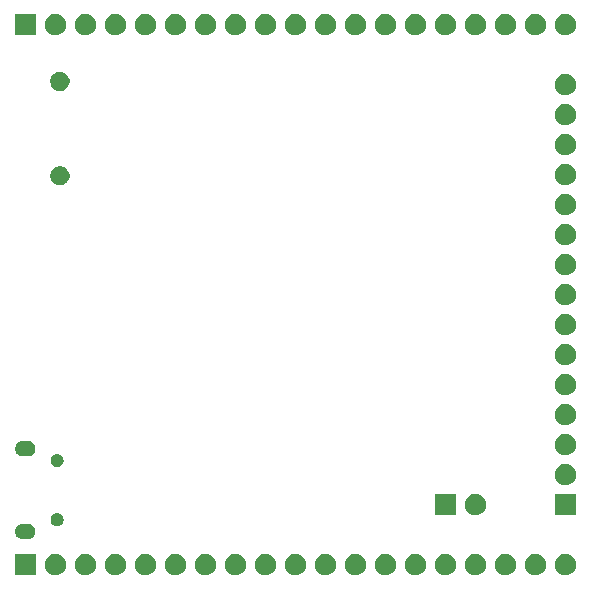
<source format=gbr>
G04 #@! TF.GenerationSoftware,KiCad,Pcbnew,(5.1.5)-3*
G04 #@! TF.CreationDate,2020-06-11T13:52:00+08:00*
G04 #@! TF.ProjectId,imx233-core,696d7832-3333-42d6-936f-72652e6b6963,rev?*
G04 #@! TF.SameCoordinates,Original*
G04 #@! TF.FileFunction,Soldermask,Bot*
G04 #@! TF.FilePolarity,Negative*
%FSLAX46Y46*%
G04 Gerber Fmt 4.6, Leading zero omitted, Abs format (unit mm)*
G04 Created by KiCad (PCBNEW (5.1.5)-3) date 2020-06-11 13:52:00*
%MOMM*%
%LPD*%
G04 APERTURE LIST*
%ADD10C,0.100000*%
G04 APERTURE END LIST*
D10*
G36*
X106489512Y-130089927D02*
G01*
X106638812Y-130119624D01*
X106802784Y-130187544D01*
X106950354Y-130286147D01*
X107075853Y-130411646D01*
X107174456Y-130559216D01*
X107242376Y-130723188D01*
X107277000Y-130897259D01*
X107277000Y-131074741D01*
X107242376Y-131248812D01*
X107174456Y-131412784D01*
X107075853Y-131560354D01*
X106950354Y-131685853D01*
X106802784Y-131784456D01*
X106638812Y-131852376D01*
X106489512Y-131882073D01*
X106464742Y-131887000D01*
X106287258Y-131887000D01*
X106262488Y-131882073D01*
X106113188Y-131852376D01*
X105949216Y-131784456D01*
X105801646Y-131685853D01*
X105676147Y-131560354D01*
X105577544Y-131412784D01*
X105509624Y-131248812D01*
X105475000Y-131074741D01*
X105475000Y-130897259D01*
X105509624Y-130723188D01*
X105577544Y-130559216D01*
X105676147Y-130411646D01*
X105801646Y-130286147D01*
X105949216Y-130187544D01*
X106113188Y-130119624D01*
X106262488Y-130089927D01*
X106287258Y-130085000D01*
X106464742Y-130085000D01*
X106489512Y-130089927D01*
G37*
G36*
X91249512Y-130089927D02*
G01*
X91398812Y-130119624D01*
X91562784Y-130187544D01*
X91710354Y-130286147D01*
X91835853Y-130411646D01*
X91934456Y-130559216D01*
X92002376Y-130723188D01*
X92037000Y-130897259D01*
X92037000Y-131074741D01*
X92002376Y-131248812D01*
X91934456Y-131412784D01*
X91835853Y-131560354D01*
X91710354Y-131685853D01*
X91562784Y-131784456D01*
X91398812Y-131852376D01*
X91249512Y-131882073D01*
X91224742Y-131887000D01*
X91047258Y-131887000D01*
X91022488Y-131882073D01*
X90873188Y-131852376D01*
X90709216Y-131784456D01*
X90561646Y-131685853D01*
X90436147Y-131560354D01*
X90337544Y-131412784D01*
X90269624Y-131248812D01*
X90235000Y-131074741D01*
X90235000Y-130897259D01*
X90269624Y-130723188D01*
X90337544Y-130559216D01*
X90436147Y-130411646D01*
X90561646Y-130286147D01*
X90709216Y-130187544D01*
X90873188Y-130119624D01*
X91022488Y-130089927D01*
X91047258Y-130085000D01*
X91224742Y-130085000D01*
X91249512Y-130089927D01*
G37*
G36*
X114109512Y-130089927D02*
G01*
X114258812Y-130119624D01*
X114422784Y-130187544D01*
X114570354Y-130286147D01*
X114695853Y-130411646D01*
X114794456Y-130559216D01*
X114862376Y-130723188D01*
X114897000Y-130897259D01*
X114897000Y-131074741D01*
X114862376Y-131248812D01*
X114794456Y-131412784D01*
X114695853Y-131560354D01*
X114570354Y-131685853D01*
X114422784Y-131784456D01*
X114258812Y-131852376D01*
X114109512Y-131882073D01*
X114084742Y-131887000D01*
X113907258Y-131887000D01*
X113882488Y-131882073D01*
X113733188Y-131852376D01*
X113569216Y-131784456D01*
X113421646Y-131685853D01*
X113296147Y-131560354D01*
X113197544Y-131412784D01*
X113129624Y-131248812D01*
X113095000Y-131074741D01*
X113095000Y-130897259D01*
X113129624Y-130723188D01*
X113197544Y-130559216D01*
X113296147Y-130411646D01*
X113421646Y-130286147D01*
X113569216Y-130187544D01*
X113733188Y-130119624D01*
X113882488Y-130089927D01*
X113907258Y-130085000D01*
X114084742Y-130085000D01*
X114109512Y-130089927D01*
G37*
G36*
X111569512Y-130089927D02*
G01*
X111718812Y-130119624D01*
X111882784Y-130187544D01*
X112030354Y-130286147D01*
X112155853Y-130411646D01*
X112254456Y-130559216D01*
X112322376Y-130723188D01*
X112357000Y-130897259D01*
X112357000Y-131074741D01*
X112322376Y-131248812D01*
X112254456Y-131412784D01*
X112155853Y-131560354D01*
X112030354Y-131685853D01*
X111882784Y-131784456D01*
X111718812Y-131852376D01*
X111569512Y-131882073D01*
X111544742Y-131887000D01*
X111367258Y-131887000D01*
X111342488Y-131882073D01*
X111193188Y-131852376D01*
X111029216Y-131784456D01*
X110881646Y-131685853D01*
X110756147Y-131560354D01*
X110657544Y-131412784D01*
X110589624Y-131248812D01*
X110555000Y-131074741D01*
X110555000Y-130897259D01*
X110589624Y-130723188D01*
X110657544Y-130559216D01*
X110756147Y-130411646D01*
X110881646Y-130286147D01*
X111029216Y-130187544D01*
X111193188Y-130119624D01*
X111342488Y-130089927D01*
X111367258Y-130085000D01*
X111544742Y-130085000D01*
X111569512Y-130089927D01*
G37*
G36*
X109029512Y-130089927D02*
G01*
X109178812Y-130119624D01*
X109342784Y-130187544D01*
X109490354Y-130286147D01*
X109615853Y-130411646D01*
X109714456Y-130559216D01*
X109782376Y-130723188D01*
X109817000Y-130897259D01*
X109817000Y-131074741D01*
X109782376Y-131248812D01*
X109714456Y-131412784D01*
X109615853Y-131560354D01*
X109490354Y-131685853D01*
X109342784Y-131784456D01*
X109178812Y-131852376D01*
X109029512Y-131882073D01*
X109004742Y-131887000D01*
X108827258Y-131887000D01*
X108802488Y-131882073D01*
X108653188Y-131852376D01*
X108489216Y-131784456D01*
X108341646Y-131685853D01*
X108216147Y-131560354D01*
X108117544Y-131412784D01*
X108049624Y-131248812D01*
X108015000Y-131074741D01*
X108015000Y-130897259D01*
X108049624Y-130723188D01*
X108117544Y-130559216D01*
X108216147Y-130411646D01*
X108341646Y-130286147D01*
X108489216Y-130187544D01*
X108653188Y-130119624D01*
X108802488Y-130089927D01*
X108827258Y-130085000D01*
X109004742Y-130085000D01*
X109029512Y-130089927D01*
G37*
G36*
X103949512Y-130089927D02*
G01*
X104098812Y-130119624D01*
X104262784Y-130187544D01*
X104410354Y-130286147D01*
X104535853Y-130411646D01*
X104634456Y-130559216D01*
X104702376Y-130723188D01*
X104737000Y-130897259D01*
X104737000Y-131074741D01*
X104702376Y-131248812D01*
X104634456Y-131412784D01*
X104535853Y-131560354D01*
X104410354Y-131685853D01*
X104262784Y-131784456D01*
X104098812Y-131852376D01*
X103949512Y-131882073D01*
X103924742Y-131887000D01*
X103747258Y-131887000D01*
X103722488Y-131882073D01*
X103573188Y-131852376D01*
X103409216Y-131784456D01*
X103261646Y-131685853D01*
X103136147Y-131560354D01*
X103037544Y-131412784D01*
X102969624Y-131248812D01*
X102935000Y-131074741D01*
X102935000Y-130897259D01*
X102969624Y-130723188D01*
X103037544Y-130559216D01*
X103136147Y-130411646D01*
X103261646Y-130286147D01*
X103409216Y-130187544D01*
X103573188Y-130119624D01*
X103722488Y-130089927D01*
X103747258Y-130085000D01*
X103924742Y-130085000D01*
X103949512Y-130089927D01*
G37*
G36*
X101409512Y-130089927D02*
G01*
X101558812Y-130119624D01*
X101722784Y-130187544D01*
X101870354Y-130286147D01*
X101995853Y-130411646D01*
X102094456Y-130559216D01*
X102162376Y-130723188D01*
X102197000Y-130897259D01*
X102197000Y-131074741D01*
X102162376Y-131248812D01*
X102094456Y-131412784D01*
X101995853Y-131560354D01*
X101870354Y-131685853D01*
X101722784Y-131784456D01*
X101558812Y-131852376D01*
X101409512Y-131882073D01*
X101384742Y-131887000D01*
X101207258Y-131887000D01*
X101182488Y-131882073D01*
X101033188Y-131852376D01*
X100869216Y-131784456D01*
X100721646Y-131685853D01*
X100596147Y-131560354D01*
X100497544Y-131412784D01*
X100429624Y-131248812D01*
X100395000Y-131074741D01*
X100395000Y-130897259D01*
X100429624Y-130723188D01*
X100497544Y-130559216D01*
X100596147Y-130411646D01*
X100721646Y-130286147D01*
X100869216Y-130187544D01*
X101033188Y-130119624D01*
X101182488Y-130089927D01*
X101207258Y-130085000D01*
X101384742Y-130085000D01*
X101409512Y-130089927D01*
G37*
G36*
X98869512Y-130089927D02*
G01*
X99018812Y-130119624D01*
X99182784Y-130187544D01*
X99330354Y-130286147D01*
X99455853Y-130411646D01*
X99554456Y-130559216D01*
X99622376Y-130723188D01*
X99657000Y-130897259D01*
X99657000Y-131074741D01*
X99622376Y-131248812D01*
X99554456Y-131412784D01*
X99455853Y-131560354D01*
X99330354Y-131685853D01*
X99182784Y-131784456D01*
X99018812Y-131852376D01*
X98869512Y-131882073D01*
X98844742Y-131887000D01*
X98667258Y-131887000D01*
X98642488Y-131882073D01*
X98493188Y-131852376D01*
X98329216Y-131784456D01*
X98181646Y-131685853D01*
X98056147Y-131560354D01*
X97957544Y-131412784D01*
X97889624Y-131248812D01*
X97855000Y-131074741D01*
X97855000Y-130897259D01*
X97889624Y-130723188D01*
X97957544Y-130559216D01*
X98056147Y-130411646D01*
X98181646Y-130286147D01*
X98329216Y-130187544D01*
X98493188Y-130119624D01*
X98642488Y-130089927D01*
X98667258Y-130085000D01*
X98844742Y-130085000D01*
X98869512Y-130089927D01*
G37*
G36*
X96329512Y-130089927D02*
G01*
X96478812Y-130119624D01*
X96642784Y-130187544D01*
X96790354Y-130286147D01*
X96915853Y-130411646D01*
X97014456Y-130559216D01*
X97082376Y-130723188D01*
X97117000Y-130897259D01*
X97117000Y-131074741D01*
X97082376Y-131248812D01*
X97014456Y-131412784D01*
X96915853Y-131560354D01*
X96790354Y-131685853D01*
X96642784Y-131784456D01*
X96478812Y-131852376D01*
X96329512Y-131882073D01*
X96304742Y-131887000D01*
X96127258Y-131887000D01*
X96102488Y-131882073D01*
X95953188Y-131852376D01*
X95789216Y-131784456D01*
X95641646Y-131685853D01*
X95516147Y-131560354D01*
X95417544Y-131412784D01*
X95349624Y-131248812D01*
X95315000Y-131074741D01*
X95315000Y-130897259D01*
X95349624Y-130723188D01*
X95417544Y-130559216D01*
X95516147Y-130411646D01*
X95641646Y-130286147D01*
X95789216Y-130187544D01*
X95953188Y-130119624D01*
X96102488Y-130089927D01*
X96127258Y-130085000D01*
X96304742Y-130085000D01*
X96329512Y-130089927D01*
G37*
G36*
X93789512Y-130089927D02*
G01*
X93938812Y-130119624D01*
X94102784Y-130187544D01*
X94250354Y-130286147D01*
X94375853Y-130411646D01*
X94474456Y-130559216D01*
X94542376Y-130723188D01*
X94577000Y-130897259D01*
X94577000Y-131074741D01*
X94542376Y-131248812D01*
X94474456Y-131412784D01*
X94375853Y-131560354D01*
X94250354Y-131685853D01*
X94102784Y-131784456D01*
X93938812Y-131852376D01*
X93789512Y-131882073D01*
X93764742Y-131887000D01*
X93587258Y-131887000D01*
X93562488Y-131882073D01*
X93413188Y-131852376D01*
X93249216Y-131784456D01*
X93101646Y-131685853D01*
X92976147Y-131560354D01*
X92877544Y-131412784D01*
X92809624Y-131248812D01*
X92775000Y-131074741D01*
X92775000Y-130897259D01*
X92809624Y-130723188D01*
X92877544Y-130559216D01*
X92976147Y-130411646D01*
X93101646Y-130286147D01*
X93249216Y-130187544D01*
X93413188Y-130119624D01*
X93562488Y-130089927D01*
X93587258Y-130085000D01*
X93764742Y-130085000D01*
X93789512Y-130089927D01*
G37*
G36*
X86169512Y-130089927D02*
G01*
X86318812Y-130119624D01*
X86482784Y-130187544D01*
X86630354Y-130286147D01*
X86755853Y-130411646D01*
X86854456Y-130559216D01*
X86922376Y-130723188D01*
X86957000Y-130897259D01*
X86957000Y-131074741D01*
X86922376Y-131248812D01*
X86854456Y-131412784D01*
X86755853Y-131560354D01*
X86630354Y-131685853D01*
X86482784Y-131784456D01*
X86318812Y-131852376D01*
X86169512Y-131882073D01*
X86144742Y-131887000D01*
X85967258Y-131887000D01*
X85942488Y-131882073D01*
X85793188Y-131852376D01*
X85629216Y-131784456D01*
X85481646Y-131685853D01*
X85356147Y-131560354D01*
X85257544Y-131412784D01*
X85189624Y-131248812D01*
X85155000Y-131074741D01*
X85155000Y-130897259D01*
X85189624Y-130723188D01*
X85257544Y-130559216D01*
X85356147Y-130411646D01*
X85481646Y-130286147D01*
X85629216Y-130187544D01*
X85793188Y-130119624D01*
X85942488Y-130089927D01*
X85967258Y-130085000D01*
X86144742Y-130085000D01*
X86169512Y-130089927D01*
G37*
G36*
X119189512Y-130089927D02*
G01*
X119338812Y-130119624D01*
X119502784Y-130187544D01*
X119650354Y-130286147D01*
X119775853Y-130411646D01*
X119874456Y-130559216D01*
X119942376Y-130723188D01*
X119977000Y-130897259D01*
X119977000Y-131074741D01*
X119942376Y-131248812D01*
X119874456Y-131412784D01*
X119775853Y-131560354D01*
X119650354Y-131685853D01*
X119502784Y-131784456D01*
X119338812Y-131852376D01*
X119189512Y-131882073D01*
X119164742Y-131887000D01*
X118987258Y-131887000D01*
X118962488Y-131882073D01*
X118813188Y-131852376D01*
X118649216Y-131784456D01*
X118501646Y-131685853D01*
X118376147Y-131560354D01*
X118277544Y-131412784D01*
X118209624Y-131248812D01*
X118175000Y-131074741D01*
X118175000Y-130897259D01*
X118209624Y-130723188D01*
X118277544Y-130559216D01*
X118376147Y-130411646D01*
X118501646Y-130286147D01*
X118649216Y-130187544D01*
X118813188Y-130119624D01*
X118962488Y-130089927D01*
X118987258Y-130085000D01*
X119164742Y-130085000D01*
X119189512Y-130089927D01*
G37*
G36*
X116649512Y-130089927D02*
G01*
X116798812Y-130119624D01*
X116962784Y-130187544D01*
X117110354Y-130286147D01*
X117235853Y-130411646D01*
X117334456Y-130559216D01*
X117402376Y-130723188D01*
X117437000Y-130897259D01*
X117437000Y-131074741D01*
X117402376Y-131248812D01*
X117334456Y-131412784D01*
X117235853Y-131560354D01*
X117110354Y-131685853D01*
X116962784Y-131784456D01*
X116798812Y-131852376D01*
X116649512Y-131882073D01*
X116624742Y-131887000D01*
X116447258Y-131887000D01*
X116422488Y-131882073D01*
X116273188Y-131852376D01*
X116109216Y-131784456D01*
X115961646Y-131685853D01*
X115836147Y-131560354D01*
X115737544Y-131412784D01*
X115669624Y-131248812D01*
X115635000Y-131074741D01*
X115635000Y-130897259D01*
X115669624Y-130723188D01*
X115737544Y-130559216D01*
X115836147Y-130411646D01*
X115961646Y-130286147D01*
X116109216Y-130187544D01*
X116273188Y-130119624D01*
X116422488Y-130089927D01*
X116447258Y-130085000D01*
X116624742Y-130085000D01*
X116649512Y-130089927D01*
G37*
G36*
X74257000Y-131887000D02*
G01*
X72455000Y-131887000D01*
X72455000Y-130085000D01*
X74257000Y-130085000D01*
X74257000Y-131887000D01*
G37*
G36*
X76009512Y-130089927D02*
G01*
X76158812Y-130119624D01*
X76322784Y-130187544D01*
X76470354Y-130286147D01*
X76595853Y-130411646D01*
X76694456Y-130559216D01*
X76762376Y-130723188D01*
X76797000Y-130897259D01*
X76797000Y-131074741D01*
X76762376Y-131248812D01*
X76694456Y-131412784D01*
X76595853Y-131560354D01*
X76470354Y-131685853D01*
X76322784Y-131784456D01*
X76158812Y-131852376D01*
X76009512Y-131882073D01*
X75984742Y-131887000D01*
X75807258Y-131887000D01*
X75782488Y-131882073D01*
X75633188Y-131852376D01*
X75469216Y-131784456D01*
X75321646Y-131685853D01*
X75196147Y-131560354D01*
X75097544Y-131412784D01*
X75029624Y-131248812D01*
X74995000Y-131074741D01*
X74995000Y-130897259D01*
X75029624Y-130723188D01*
X75097544Y-130559216D01*
X75196147Y-130411646D01*
X75321646Y-130286147D01*
X75469216Y-130187544D01*
X75633188Y-130119624D01*
X75782488Y-130089927D01*
X75807258Y-130085000D01*
X75984742Y-130085000D01*
X76009512Y-130089927D01*
G37*
G36*
X78549512Y-130089927D02*
G01*
X78698812Y-130119624D01*
X78862784Y-130187544D01*
X79010354Y-130286147D01*
X79135853Y-130411646D01*
X79234456Y-130559216D01*
X79302376Y-130723188D01*
X79337000Y-130897259D01*
X79337000Y-131074741D01*
X79302376Y-131248812D01*
X79234456Y-131412784D01*
X79135853Y-131560354D01*
X79010354Y-131685853D01*
X78862784Y-131784456D01*
X78698812Y-131852376D01*
X78549512Y-131882073D01*
X78524742Y-131887000D01*
X78347258Y-131887000D01*
X78322488Y-131882073D01*
X78173188Y-131852376D01*
X78009216Y-131784456D01*
X77861646Y-131685853D01*
X77736147Y-131560354D01*
X77637544Y-131412784D01*
X77569624Y-131248812D01*
X77535000Y-131074741D01*
X77535000Y-130897259D01*
X77569624Y-130723188D01*
X77637544Y-130559216D01*
X77736147Y-130411646D01*
X77861646Y-130286147D01*
X78009216Y-130187544D01*
X78173188Y-130119624D01*
X78322488Y-130089927D01*
X78347258Y-130085000D01*
X78524742Y-130085000D01*
X78549512Y-130089927D01*
G37*
G36*
X81089512Y-130089927D02*
G01*
X81238812Y-130119624D01*
X81402784Y-130187544D01*
X81550354Y-130286147D01*
X81675853Y-130411646D01*
X81774456Y-130559216D01*
X81842376Y-130723188D01*
X81877000Y-130897259D01*
X81877000Y-131074741D01*
X81842376Y-131248812D01*
X81774456Y-131412784D01*
X81675853Y-131560354D01*
X81550354Y-131685853D01*
X81402784Y-131784456D01*
X81238812Y-131852376D01*
X81089512Y-131882073D01*
X81064742Y-131887000D01*
X80887258Y-131887000D01*
X80862488Y-131882073D01*
X80713188Y-131852376D01*
X80549216Y-131784456D01*
X80401646Y-131685853D01*
X80276147Y-131560354D01*
X80177544Y-131412784D01*
X80109624Y-131248812D01*
X80075000Y-131074741D01*
X80075000Y-130897259D01*
X80109624Y-130723188D01*
X80177544Y-130559216D01*
X80276147Y-130411646D01*
X80401646Y-130286147D01*
X80549216Y-130187544D01*
X80713188Y-130119624D01*
X80862488Y-130089927D01*
X80887258Y-130085000D01*
X81064742Y-130085000D01*
X81089512Y-130089927D01*
G37*
G36*
X83629512Y-130089927D02*
G01*
X83778812Y-130119624D01*
X83942784Y-130187544D01*
X84090354Y-130286147D01*
X84215853Y-130411646D01*
X84314456Y-130559216D01*
X84382376Y-130723188D01*
X84417000Y-130897259D01*
X84417000Y-131074741D01*
X84382376Y-131248812D01*
X84314456Y-131412784D01*
X84215853Y-131560354D01*
X84090354Y-131685853D01*
X83942784Y-131784456D01*
X83778812Y-131852376D01*
X83629512Y-131882073D01*
X83604742Y-131887000D01*
X83427258Y-131887000D01*
X83402488Y-131882073D01*
X83253188Y-131852376D01*
X83089216Y-131784456D01*
X82941646Y-131685853D01*
X82816147Y-131560354D01*
X82717544Y-131412784D01*
X82649624Y-131248812D01*
X82615000Y-131074741D01*
X82615000Y-130897259D01*
X82649624Y-130723188D01*
X82717544Y-130559216D01*
X82816147Y-130411646D01*
X82941646Y-130286147D01*
X83089216Y-130187544D01*
X83253188Y-130119624D01*
X83402488Y-130089927D01*
X83427258Y-130085000D01*
X83604742Y-130085000D01*
X83629512Y-130089927D01*
G37*
G36*
X88709512Y-130089927D02*
G01*
X88858812Y-130119624D01*
X89022784Y-130187544D01*
X89170354Y-130286147D01*
X89295853Y-130411646D01*
X89394456Y-130559216D01*
X89462376Y-130723188D01*
X89497000Y-130897259D01*
X89497000Y-131074741D01*
X89462376Y-131248812D01*
X89394456Y-131412784D01*
X89295853Y-131560354D01*
X89170354Y-131685853D01*
X89022784Y-131784456D01*
X88858812Y-131852376D01*
X88709512Y-131882073D01*
X88684742Y-131887000D01*
X88507258Y-131887000D01*
X88482488Y-131882073D01*
X88333188Y-131852376D01*
X88169216Y-131784456D01*
X88021646Y-131685853D01*
X87896147Y-131560354D01*
X87797544Y-131412784D01*
X87729624Y-131248812D01*
X87695000Y-131074741D01*
X87695000Y-130897259D01*
X87729624Y-130723188D01*
X87797544Y-130559216D01*
X87896147Y-130411646D01*
X88021646Y-130286147D01*
X88169216Y-130187544D01*
X88333188Y-130119624D01*
X88482488Y-130089927D01*
X88507258Y-130085000D01*
X88684742Y-130085000D01*
X88709512Y-130089927D01*
G37*
G36*
X73603217Y-127507240D02*
G01*
X73676118Y-127514420D01*
X73766904Y-127541960D01*
X73798836Y-127551646D01*
X73911925Y-127612094D01*
X74011054Y-127693446D01*
X74092406Y-127792575D01*
X74152854Y-127905664D01*
X74152855Y-127905668D01*
X74190080Y-128028382D01*
X74202649Y-128156000D01*
X74190080Y-128283618D01*
X74162540Y-128374404D01*
X74152854Y-128406336D01*
X74092406Y-128519425D01*
X74011054Y-128618554D01*
X73911925Y-128699906D01*
X73798836Y-128760354D01*
X73766904Y-128770040D01*
X73676118Y-128797580D01*
X73612355Y-128803860D01*
X73580474Y-128807000D01*
X73116526Y-128807000D01*
X73084645Y-128803860D01*
X73020882Y-128797580D01*
X72930096Y-128770040D01*
X72898164Y-128760354D01*
X72785075Y-128699906D01*
X72685946Y-128618554D01*
X72604594Y-128519425D01*
X72544146Y-128406336D01*
X72534460Y-128374404D01*
X72506920Y-128283618D01*
X72494351Y-128156000D01*
X72506920Y-128028382D01*
X72544145Y-127905668D01*
X72544146Y-127905664D01*
X72604594Y-127792575D01*
X72685946Y-127693446D01*
X72785075Y-127612094D01*
X72898164Y-127551646D01*
X72930096Y-127541960D01*
X73020882Y-127514420D01*
X73093783Y-127507240D01*
X73116526Y-127505000D01*
X73580474Y-127505000D01*
X73603217Y-127507240D01*
G37*
G36*
X76209221Y-126626174D02*
G01*
X76309495Y-126667709D01*
X76309496Y-126667710D01*
X76399742Y-126728010D01*
X76476490Y-126804758D01*
X76476491Y-126804760D01*
X76536791Y-126895005D01*
X76578326Y-126995279D01*
X76599500Y-127101730D01*
X76599500Y-127210270D01*
X76578326Y-127316721D01*
X76536791Y-127416995D01*
X76536790Y-127416996D01*
X76476490Y-127507242D01*
X76399742Y-127583990D01*
X76357681Y-127612094D01*
X76309495Y-127644291D01*
X76209221Y-127685826D01*
X76102770Y-127707000D01*
X75994230Y-127707000D01*
X75887779Y-127685826D01*
X75787505Y-127644291D01*
X75739319Y-127612094D01*
X75697258Y-127583990D01*
X75620510Y-127507242D01*
X75560210Y-127416996D01*
X75560209Y-127416995D01*
X75518674Y-127316721D01*
X75497500Y-127210270D01*
X75497500Y-127101730D01*
X75518674Y-126995279D01*
X75560209Y-126895005D01*
X75620509Y-126804760D01*
X75620510Y-126804758D01*
X75697258Y-126728010D01*
X75787504Y-126667710D01*
X75787505Y-126667709D01*
X75887779Y-126626174D01*
X75994230Y-126605000D01*
X76102770Y-126605000D01*
X76209221Y-126626174D01*
G37*
G36*
X119977000Y-126807000D02*
G01*
X118175000Y-126807000D01*
X118175000Y-125005000D01*
X119977000Y-125005000D01*
X119977000Y-126807000D01*
G37*
G36*
X111569512Y-125009927D02*
G01*
X111718812Y-125039624D01*
X111882784Y-125107544D01*
X112030354Y-125206147D01*
X112155853Y-125331646D01*
X112254456Y-125479216D01*
X112322376Y-125643188D01*
X112357000Y-125817259D01*
X112357000Y-125994741D01*
X112322376Y-126168812D01*
X112254456Y-126332784D01*
X112155853Y-126480354D01*
X112030354Y-126605853D01*
X111882784Y-126704456D01*
X111718812Y-126772376D01*
X111569512Y-126802073D01*
X111544742Y-126807000D01*
X111367258Y-126807000D01*
X111342488Y-126802073D01*
X111193188Y-126772376D01*
X111029216Y-126704456D01*
X110881646Y-126605853D01*
X110756147Y-126480354D01*
X110657544Y-126332784D01*
X110589624Y-126168812D01*
X110555000Y-125994741D01*
X110555000Y-125817259D01*
X110589624Y-125643188D01*
X110657544Y-125479216D01*
X110756147Y-125331646D01*
X110881646Y-125206147D01*
X111029216Y-125107544D01*
X111193188Y-125039624D01*
X111342488Y-125009927D01*
X111367258Y-125005000D01*
X111544742Y-125005000D01*
X111569512Y-125009927D01*
G37*
G36*
X109817000Y-126807000D02*
G01*
X108015000Y-126807000D01*
X108015000Y-125005000D01*
X109817000Y-125005000D01*
X109817000Y-126807000D01*
G37*
G36*
X119189512Y-122469927D02*
G01*
X119338812Y-122499624D01*
X119502784Y-122567544D01*
X119650354Y-122666147D01*
X119775853Y-122791646D01*
X119874456Y-122939216D01*
X119942376Y-123103188D01*
X119977000Y-123277259D01*
X119977000Y-123454741D01*
X119942376Y-123628812D01*
X119874456Y-123792784D01*
X119775853Y-123940354D01*
X119650354Y-124065853D01*
X119502784Y-124164456D01*
X119338812Y-124232376D01*
X119189512Y-124262073D01*
X119164742Y-124267000D01*
X118987258Y-124267000D01*
X118962488Y-124262073D01*
X118813188Y-124232376D01*
X118649216Y-124164456D01*
X118501646Y-124065853D01*
X118376147Y-123940354D01*
X118277544Y-123792784D01*
X118209624Y-123628812D01*
X118175000Y-123454741D01*
X118175000Y-123277259D01*
X118209624Y-123103188D01*
X118277544Y-122939216D01*
X118376147Y-122791646D01*
X118501646Y-122666147D01*
X118649216Y-122567544D01*
X118813188Y-122499624D01*
X118962488Y-122469927D01*
X118987258Y-122465000D01*
X119164742Y-122465000D01*
X119189512Y-122469927D01*
G37*
G36*
X76209221Y-121626174D02*
G01*
X76309495Y-121667709D01*
X76309496Y-121667710D01*
X76399742Y-121728010D01*
X76476490Y-121804758D01*
X76476491Y-121804760D01*
X76536791Y-121895005D01*
X76578326Y-121995279D01*
X76599500Y-122101730D01*
X76599500Y-122210270D01*
X76578326Y-122316721D01*
X76536791Y-122416995D01*
X76536790Y-122416996D01*
X76476490Y-122507242D01*
X76399742Y-122583990D01*
X76354312Y-122614345D01*
X76309495Y-122644291D01*
X76209221Y-122685826D01*
X76102770Y-122707000D01*
X75994230Y-122707000D01*
X75887779Y-122685826D01*
X75787505Y-122644291D01*
X75742688Y-122614345D01*
X75697258Y-122583990D01*
X75620510Y-122507242D01*
X75560210Y-122416996D01*
X75560209Y-122416995D01*
X75518674Y-122316721D01*
X75497500Y-122210270D01*
X75497500Y-122101730D01*
X75518674Y-121995279D01*
X75560209Y-121895005D01*
X75620509Y-121804760D01*
X75620510Y-121804758D01*
X75697258Y-121728010D01*
X75787504Y-121667710D01*
X75787505Y-121667709D01*
X75887779Y-121626174D01*
X75994230Y-121605000D01*
X76102770Y-121605000D01*
X76209221Y-121626174D01*
G37*
G36*
X73612355Y-120508140D02*
G01*
X73676118Y-120514420D01*
X73766904Y-120541960D01*
X73798836Y-120551646D01*
X73911925Y-120612094D01*
X74011054Y-120693446D01*
X74092406Y-120792575D01*
X74152854Y-120905664D01*
X74152855Y-120905668D01*
X74190080Y-121028382D01*
X74202649Y-121156000D01*
X74190080Y-121283618D01*
X74162540Y-121374404D01*
X74152854Y-121406336D01*
X74092406Y-121519425D01*
X74011054Y-121618554D01*
X73911925Y-121699906D01*
X73798836Y-121760354D01*
X73766904Y-121770040D01*
X73676118Y-121797580D01*
X73612355Y-121803860D01*
X73580474Y-121807000D01*
X73116526Y-121807000D01*
X73084645Y-121803860D01*
X73020882Y-121797580D01*
X72930096Y-121770040D01*
X72898164Y-121760354D01*
X72785075Y-121699906D01*
X72685946Y-121618554D01*
X72604594Y-121519425D01*
X72544146Y-121406336D01*
X72534460Y-121374404D01*
X72506920Y-121283618D01*
X72494351Y-121156000D01*
X72506920Y-121028382D01*
X72544145Y-120905668D01*
X72544146Y-120905664D01*
X72604594Y-120792575D01*
X72685946Y-120693446D01*
X72785075Y-120612094D01*
X72898164Y-120551646D01*
X72930096Y-120541960D01*
X73020882Y-120514420D01*
X73084645Y-120508140D01*
X73116526Y-120505000D01*
X73580474Y-120505000D01*
X73612355Y-120508140D01*
G37*
G36*
X119189512Y-119929927D02*
G01*
X119338812Y-119959624D01*
X119502784Y-120027544D01*
X119650354Y-120126147D01*
X119775853Y-120251646D01*
X119874456Y-120399216D01*
X119942376Y-120563188D01*
X119977000Y-120737259D01*
X119977000Y-120914741D01*
X119942376Y-121088812D01*
X119874456Y-121252784D01*
X119775853Y-121400354D01*
X119650354Y-121525853D01*
X119502784Y-121624456D01*
X119338812Y-121692376D01*
X119189512Y-121722073D01*
X119164742Y-121727000D01*
X118987258Y-121727000D01*
X118962488Y-121722073D01*
X118813188Y-121692376D01*
X118649216Y-121624456D01*
X118501646Y-121525853D01*
X118376147Y-121400354D01*
X118277544Y-121252784D01*
X118209624Y-121088812D01*
X118175000Y-120914741D01*
X118175000Y-120737259D01*
X118209624Y-120563188D01*
X118277544Y-120399216D01*
X118376147Y-120251646D01*
X118501646Y-120126147D01*
X118649216Y-120027544D01*
X118813188Y-119959624D01*
X118962488Y-119929927D01*
X118987258Y-119925000D01*
X119164742Y-119925000D01*
X119189512Y-119929927D01*
G37*
G36*
X119189512Y-117389927D02*
G01*
X119338812Y-117419624D01*
X119502784Y-117487544D01*
X119650354Y-117586147D01*
X119775853Y-117711646D01*
X119874456Y-117859216D01*
X119942376Y-118023188D01*
X119977000Y-118197259D01*
X119977000Y-118374741D01*
X119942376Y-118548812D01*
X119874456Y-118712784D01*
X119775853Y-118860354D01*
X119650354Y-118985853D01*
X119502784Y-119084456D01*
X119338812Y-119152376D01*
X119189512Y-119182073D01*
X119164742Y-119187000D01*
X118987258Y-119187000D01*
X118962488Y-119182073D01*
X118813188Y-119152376D01*
X118649216Y-119084456D01*
X118501646Y-118985853D01*
X118376147Y-118860354D01*
X118277544Y-118712784D01*
X118209624Y-118548812D01*
X118175000Y-118374741D01*
X118175000Y-118197259D01*
X118209624Y-118023188D01*
X118277544Y-117859216D01*
X118376147Y-117711646D01*
X118501646Y-117586147D01*
X118649216Y-117487544D01*
X118813188Y-117419624D01*
X118962488Y-117389927D01*
X118987258Y-117385000D01*
X119164742Y-117385000D01*
X119189512Y-117389927D01*
G37*
G36*
X119189512Y-114849927D02*
G01*
X119338812Y-114879624D01*
X119502784Y-114947544D01*
X119650354Y-115046147D01*
X119775853Y-115171646D01*
X119874456Y-115319216D01*
X119942376Y-115483188D01*
X119977000Y-115657259D01*
X119977000Y-115834741D01*
X119942376Y-116008812D01*
X119874456Y-116172784D01*
X119775853Y-116320354D01*
X119650354Y-116445853D01*
X119502784Y-116544456D01*
X119338812Y-116612376D01*
X119189512Y-116642073D01*
X119164742Y-116647000D01*
X118987258Y-116647000D01*
X118962488Y-116642073D01*
X118813188Y-116612376D01*
X118649216Y-116544456D01*
X118501646Y-116445853D01*
X118376147Y-116320354D01*
X118277544Y-116172784D01*
X118209624Y-116008812D01*
X118175000Y-115834741D01*
X118175000Y-115657259D01*
X118209624Y-115483188D01*
X118277544Y-115319216D01*
X118376147Y-115171646D01*
X118501646Y-115046147D01*
X118649216Y-114947544D01*
X118813188Y-114879624D01*
X118962488Y-114849927D01*
X118987258Y-114845000D01*
X119164742Y-114845000D01*
X119189512Y-114849927D01*
G37*
G36*
X119189512Y-112309927D02*
G01*
X119338812Y-112339624D01*
X119502784Y-112407544D01*
X119650354Y-112506147D01*
X119775853Y-112631646D01*
X119874456Y-112779216D01*
X119942376Y-112943188D01*
X119977000Y-113117259D01*
X119977000Y-113294741D01*
X119942376Y-113468812D01*
X119874456Y-113632784D01*
X119775853Y-113780354D01*
X119650354Y-113905853D01*
X119502784Y-114004456D01*
X119338812Y-114072376D01*
X119189512Y-114102073D01*
X119164742Y-114107000D01*
X118987258Y-114107000D01*
X118962488Y-114102073D01*
X118813188Y-114072376D01*
X118649216Y-114004456D01*
X118501646Y-113905853D01*
X118376147Y-113780354D01*
X118277544Y-113632784D01*
X118209624Y-113468812D01*
X118175000Y-113294741D01*
X118175000Y-113117259D01*
X118209624Y-112943188D01*
X118277544Y-112779216D01*
X118376147Y-112631646D01*
X118501646Y-112506147D01*
X118649216Y-112407544D01*
X118813188Y-112339624D01*
X118962488Y-112309927D01*
X118987258Y-112305000D01*
X119164742Y-112305000D01*
X119189512Y-112309927D01*
G37*
G36*
X119189512Y-109769927D02*
G01*
X119338812Y-109799624D01*
X119502784Y-109867544D01*
X119650354Y-109966147D01*
X119775853Y-110091646D01*
X119874456Y-110239216D01*
X119942376Y-110403188D01*
X119977000Y-110577259D01*
X119977000Y-110754741D01*
X119942376Y-110928812D01*
X119874456Y-111092784D01*
X119775853Y-111240354D01*
X119650354Y-111365853D01*
X119502784Y-111464456D01*
X119338812Y-111532376D01*
X119189512Y-111562073D01*
X119164742Y-111567000D01*
X118987258Y-111567000D01*
X118962488Y-111562073D01*
X118813188Y-111532376D01*
X118649216Y-111464456D01*
X118501646Y-111365853D01*
X118376147Y-111240354D01*
X118277544Y-111092784D01*
X118209624Y-110928812D01*
X118175000Y-110754741D01*
X118175000Y-110577259D01*
X118209624Y-110403188D01*
X118277544Y-110239216D01*
X118376147Y-110091646D01*
X118501646Y-109966147D01*
X118649216Y-109867544D01*
X118813188Y-109799624D01*
X118962488Y-109769927D01*
X118987258Y-109765000D01*
X119164742Y-109765000D01*
X119189512Y-109769927D01*
G37*
G36*
X119189512Y-107229927D02*
G01*
X119338812Y-107259624D01*
X119502784Y-107327544D01*
X119650354Y-107426147D01*
X119775853Y-107551646D01*
X119874456Y-107699216D01*
X119942376Y-107863188D01*
X119977000Y-108037259D01*
X119977000Y-108214741D01*
X119942376Y-108388812D01*
X119874456Y-108552784D01*
X119775853Y-108700354D01*
X119650354Y-108825853D01*
X119502784Y-108924456D01*
X119338812Y-108992376D01*
X119189512Y-109022073D01*
X119164742Y-109027000D01*
X118987258Y-109027000D01*
X118962488Y-109022073D01*
X118813188Y-108992376D01*
X118649216Y-108924456D01*
X118501646Y-108825853D01*
X118376147Y-108700354D01*
X118277544Y-108552784D01*
X118209624Y-108388812D01*
X118175000Y-108214741D01*
X118175000Y-108037259D01*
X118209624Y-107863188D01*
X118277544Y-107699216D01*
X118376147Y-107551646D01*
X118501646Y-107426147D01*
X118649216Y-107327544D01*
X118813188Y-107259624D01*
X118962488Y-107229927D01*
X118987258Y-107225000D01*
X119164742Y-107225000D01*
X119189512Y-107229927D01*
G37*
G36*
X119189512Y-104689927D02*
G01*
X119338812Y-104719624D01*
X119502784Y-104787544D01*
X119650354Y-104886147D01*
X119775853Y-105011646D01*
X119874456Y-105159216D01*
X119942376Y-105323188D01*
X119977000Y-105497259D01*
X119977000Y-105674741D01*
X119942376Y-105848812D01*
X119874456Y-106012784D01*
X119775853Y-106160354D01*
X119650354Y-106285853D01*
X119502784Y-106384456D01*
X119338812Y-106452376D01*
X119189512Y-106482073D01*
X119164742Y-106487000D01*
X118987258Y-106487000D01*
X118962488Y-106482073D01*
X118813188Y-106452376D01*
X118649216Y-106384456D01*
X118501646Y-106285853D01*
X118376147Y-106160354D01*
X118277544Y-106012784D01*
X118209624Y-105848812D01*
X118175000Y-105674741D01*
X118175000Y-105497259D01*
X118209624Y-105323188D01*
X118277544Y-105159216D01*
X118376147Y-105011646D01*
X118501646Y-104886147D01*
X118649216Y-104787544D01*
X118813188Y-104719624D01*
X118962488Y-104689927D01*
X118987258Y-104685000D01*
X119164742Y-104685000D01*
X119189512Y-104689927D01*
G37*
G36*
X119189512Y-102149927D02*
G01*
X119338812Y-102179624D01*
X119502784Y-102247544D01*
X119650354Y-102346147D01*
X119775853Y-102471646D01*
X119874456Y-102619216D01*
X119942376Y-102783188D01*
X119977000Y-102957259D01*
X119977000Y-103134741D01*
X119942376Y-103308812D01*
X119874456Y-103472784D01*
X119775853Y-103620354D01*
X119650354Y-103745853D01*
X119502784Y-103844456D01*
X119338812Y-103912376D01*
X119189512Y-103942073D01*
X119164742Y-103947000D01*
X118987258Y-103947000D01*
X118962488Y-103942073D01*
X118813188Y-103912376D01*
X118649216Y-103844456D01*
X118501646Y-103745853D01*
X118376147Y-103620354D01*
X118277544Y-103472784D01*
X118209624Y-103308812D01*
X118175000Y-103134741D01*
X118175000Y-102957259D01*
X118209624Y-102783188D01*
X118277544Y-102619216D01*
X118376147Y-102471646D01*
X118501646Y-102346147D01*
X118649216Y-102247544D01*
X118813188Y-102179624D01*
X118962488Y-102149927D01*
X118987258Y-102145000D01*
X119164742Y-102145000D01*
X119189512Y-102149927D01*
G37*
G36*
X119189512Y-99609927D02*
G01*
X119338812Y-99639624D01*
X119502784Y-99707544D01*
X119650354Y-99806147D01*
X119775853Y-99931646D01*
X119874456Y-100079216D01*
X119942376Y-100243188D01*
X119977000Y-100417259D01*
X119977000Y-100594741D01*
X119942376Y-100768812D01*
X119874456Y-100932784D01*
X119775853Y-101080354D01*
X119650354Y-101205853D01*
X119502784Y-101304456D01*
X119338812Y-101372376D01*
X119189512Y-101402073D01*
X119164742Y-101407000D01*
X118987258Y-101407000D01*
X118962488Y-101402073D01*
X118813188Y-101372376D01*
X118649216Y-101304456D01*
X118501646Y-101205853D01*
X118376147Y-101080354D01*
X118277544Y-100932784D01*
X118209624Y-100768812D01*
X118175000Y-100594741D01*
X118175000Y-100417259D01*
X118209624Y-100243188D01*
X118277544Y-100079216D01*
X118376147Y-99931646D01*
X118501646Y-99806147D01*
X118649216Y-99707544D01*
X118813188Y-99639624D01*
X118962488Y-99609927D01*
X118987258Y-99605000D01*
X119164742Y-99605000D01*
X119189512Y-99609927D01*
G37*
G36*
X76523142Y-97274242D02*
G01*
X76671101Y-97335529D01*
X76804255Y-97424499D01*
X76917501Y-97537745D01*
X77006471Y-97670899D01*
X77067758Y-97818858D01*
X77099000Y-97975925D01*
X77099000Y-98136075D01*
X77067758Y-98293142D01*
X77006471Y-98441101D01*
X76917501Y-98574255D01*
X76804255Y-98687501D01*
X76671101Y-98776471D01*
X76523142Y-98837758D01*
X76366075Y-98869000D01*
X76205925Y-98869000D01*
X76048858Y-98837758D01*
X75900899Y-98776471D01*
X75767745Y-98687501D01*
X75654499Y-98574255D01*
X75565529Y-98441101D01*
X75504242Y-98293142D01*
X75473000Y-98136075D01*
X75473000Y-97975925D01*
X75504242Y-97818858D01*
X75565529Y-97670899D01*
X75654499Y-97537745D01*
X75767745Y-97424499D01*
X75900899Y-97335529D01*
X76048858Y-97274242D01*
X76205925Y-97243000D01*
X76366075Y-97243000D01*
X76523142Y-97274242D01*
G37*
G36*
X119189512Y-97069927D02*
G01*
X119338812Y-97099624D01*
X119502784Y-97167544D01*
X119650354Y-97266147D01*
X119775853Y-97391646D01*
X119874456Y-97539216D01*
X119942376Y-97703188D01*
X119977000Y-97877259D01*
X119977000Y-98054741D01*
X119942376Y-98228812D01*
X119874456Y-98392784D01*
X119775853Y-98540354D01*
X119650354Y-98665853D01*
X119502784Y-98764456D01*
X119338812Y-98832376D01*
X119189512Y-98862073D01*
X119164742Y-98867000D01*
X118987258Y-98867000D01*
X118962488Y-98862073D01*
X118813188Y-98832376D01*
X118649216Y-98764456D01*
X118501646Y-98665853D01*
X118376147Y-98540354D01*
X118277544Y-98392784D01*
X118209624Y-98228812D01*
X118175000Y-98054741D01*
X118175000Y-97877259D01*
X118209624Y-97703188D01*
X118277544Y-97539216D01*
X118376147Y-97391646D01*
X118501646Y-97266147D01*
X118649216Y-97167544D01*
X118813188Y-97099624D01*
X118962488Y-97069927D01*
X118987258Y-97065000D01*
X119164742Y-97065000D01*
X119189512Y-97069927D01*
G37*
G36*
X119189512Y-94529927D02*
G01*
X119338812Y-94559624D01*
X119502784Y-94627544D01*
X119650354Y-94726147D01*
X119775853Y-94851646D01*
X119874456Y-94999216D01*
X119942376Y-95163188D01*
X119977000Y-95337259D01*
X119977000Y-95514741D01*
X119942376Y-95688812D01*
X119874456Y-95852784D01*
X119775853Y-96000354D01*
X119650354Y-96125853D01*
X119502784Y-96224456D01*
X119338812Y-96292376D01*
X119189512Y-96322073D01*
X119164742Y-96327000D01*
X118987258Y-96327000D01*
X118962488Y-96322073D01*
X118813188Y-96292376D01*
X118649216Y-96224456D01*
X118501646Y-96125853D01*
X118376147Y-96000354D01*
X118277544Y-95852784D01*
X118209624Y-95688812D01*
X118175000Y-95514741D01*
X118175000Y-95337259D01*
X118209624Y-95163188D01*
X118277544Y-94999216D01*
X118376147Y-94851646D01*
X118501646Y-94726147D01*
X118649216Y-94627544D01*
X118813188Y-94559624D01*
X118962488Y-94529927D01*
X118987258Y-94525000D01*
X119164742Y-94525000D01*
X119189512Y-94529927D01*
G37*
G36*
X119189512Y-91989927D02*
G01*
X119338812Y-92019624D01*
X119502784Y-92087544D01*
X119650354Y-92186147D01*
X119775853Y-92311646D01*
X119874456Y-92459216D01*
X119942376Y-92623188D01*
X119977000Y-92797259D01*
X119977000Y-92974741D01*
X119942376Y-93148812D01*
X119874456Y-93312784D01*
X119775853Y-93460354D01*
X119650354Y-93585853D01*
X119502784Y-93684456D01*
X119338812Y-93752376D01*
X119189512Y-93782073D01*
X119164742Y-93787000D01*
X118987258Y-93787000D01*
X118962488Y-93782073D01*
X118813188Y-93752376D01*
X118649216Y-93684456D01*
X118501646Y-93585853D01*
X118376147Y-93460354D01*
X118277544Y-93312784D01*
X118209624Y-93148812D01*
X118175000Y-92974741D01*
X118175000Y-92797259D01*
X118209624Y-92623188D01*
X118277544Y-92459216D01*
X118376147Y-92311646D01*
X118501646Y-92186147D01*
X118649216Y-92087544D01*
X118813188Y-92019624D01*
X118962488Y-91989927D01*
X118987258Y-91985000D01*
X119164742Y-91985000D01*
X119189512Y-91989927D01*
G37*
G36*
X119189512Y-89449927D02*
G01*
X119338812Y-89479624D01*
X119502784Y-89547544D01*
X119650354Y-89646147D01*
X119775853Y-89771646D01*
X119874456Y-89919216D01*
X119942376Y-90083188D01*
X119977000Y-90257259D01*
X119977000Y-90434741D01*
X119942376Y-90608812D01*
X119874456Y-90772784D01*
X119775853Y-90920354D01*
X119650354Y-91045853D01*
X119502784Y-91144456D01*
X119338812Y-91212376D01*
X119189512Y-91242073D01*
X119164742Y-91247000D01*
X118987258Y-91247000D01*
X118962488Y-91242073D01*
X118813188Y-91212376D01*
X118649216Y-91144456D01*
X118501646Y-91045853D01*
X118376147Y-90920354D01*
X118277544Y-90772784D01*
X118209624Y-90608812D01*
X118175000Y-90434741D01*
X118175000Y-90257259D01*
X118209624Y-90083188D01*
X118277544Y-89919216D01*
X118376147Y-89771646D01*
X118501646Y-89646147D01*
X118649216Y-89547544D01*
X118813188Y-89479624D01*
X118962488Y-89449927D01*
X118987258Y-89445000D01*
X119164742Y-89445000D01*
X119189512Y-89449927D01*
G37*
G36*
X76523142Y-89274242D02*
G01*
X76671101Y-89335529D01*
X76804255Y-89424499D01*
X76917501Y-89537745D01*
X77006471Y-89670899D01*
X77067758Y-89818858D01*
X77099000Y-89975925D01*
X77099000Y-90136075D01*
X77067758Y-90293142D01*
X77006471Y-90441101D01*
X76917501Y-90574255D01*
X76804255Y-90687501D01*
X76671101Y-90776471D01*
X76523142Y-90837758D01*
X76366075Y-90869000D01*
X76205925Y-90869000D01*
X76048858Y-90837758D01*
X75900899Y-90776471D01*
X75767745Y-90687501D01*
X75654499Y-90574255D01*
X75565529Y-90441101D01*
X75504242Y-90293142D01*
X75473000Y-90136075D01*
X75473000Y-89975925D01*
X75504242Y-89818858D01*
X75565529Y-89670899D01*
X75654499Y-89537745D01*
X75767745Y-89424499D01*
X75900899Y-89335529D01*
X76048858Y-89274242D01*
X76205925Y-89243000D01*
X76366075Y-89243000D01*
X76523142Y-89274242D01*
G37*
G36*
X111569512Y-84369927D02*
G01*
X111718812Y-84399624D01*
X111882784Y-84467544D01*
X112030354Y-84566147D01*
X112155853Y-84691646D01*
X112254456Y-84839216D01*
X112322376Y-85003188D01*
X112357000Y-85177259D01*
X112357000Y-85354741D01*
X112322376Y-85528812D01*
X112254456Y-85692784D01*
X112155853Y-85840354D01*
X112030354Y-85965853D01*
X111882784Y-86064456D01*
X111718812Y-86132376D01*
X111569512Y-86162073D01*
X111544742Y-86167000D01*
X111367258Y-86167000D01*
X111342488Y-86162073D01*
X111193188Y-86132376D01*
X111029216Y-86064456D01*
X110881646Y-85965853D01*
X110756147Y-85840354D01*
X110657544Y-85692784D01*
X110589624Y-85528812D01*
X110555000Y-85354741D01*
X110555000Y-85177259D01*
X110589624Y-85003188D01*
X110657544Y-84839216D01*
X110756147Y-84691646D01*
X110881646Y-84566147D01*
X111029216Y-84467544D01*
X111193188Y-84399624D01*
X111342488Y-84369927D01*
X111367258Y-84365000D01*
X111544742Y-84365000D01*
X111569512Y-84369927D01*
G37*
G36*
X109029512Y-84369927D02*
G01*
X109178812Y-84399624D01*
X109342784Y-84467544D01*
X109490354Y-84566147D01*
X109615853Y-84691646D01*
X109714456Y-84839216D01*
X109782376Y-85003188D01*
X109817000Y-85177259D01*
X109817000Y-85354741D01*
X109782376Y-85528812D01*
X109714456Y-85692784D01*
X109615853Y-85840354D01*
X109490354Y-85965853D01*
X109342784Y-86064456D01*
X109178812Y-86132376D01*
X109029512Y-86162073D01*
X109004742Y-86167000D01*
X108827258Y-86167000D01*
X108802488Y-86162073D01*
X108653188Y-86132376D01*
X108489216Y-86064456D01*
X108341646Y-85965853D01*
X108216147Y-85840354D01*
X108117544Y-85692784D01*
X108049624Y-85528812D01*
X108015000Y-85354741D01*
X108015000Y-85177259D01*
X108049624Y-85003188D01*
X108117544Y-84839216D01*
X108216147Y-84691646D01*
X108341646Y-84566147D01*
X108489216Y-84467544D01*
X108653188Y-84399624D01*
X108802488Y-84369927D01*
X108827258Y-84365000D01*
X109004742Y-84365000D01*
X109029512Y-84369927D01*
G37*
G36*
X106489512Y-84369927D02*
G01*
X106638812Y-84399624D01*
X106802784Y-84467544D01*
X106950354Y-84566147D01*
X107075853Y-84691646D01*
X107174456Y-84839216D01*
X107242376Y-85003188D01*
X107277000Y-85177259D01*
X107277000Y-85354741D01*
X107242376Y-85528812D01*
X107174456Y-85692784D01*
X107075853Y-85840354D01*
X106950354Y-85965853D01*
X106802784Y-86064456D01*
X106638812Y-86132376D01*
X106489512Y-86162073D01*
X106464742Y-86167000D01*
X106287258Y-86167000D01*
X106262488Y-86162073D01*
X106113188Y-86132376D01*
X105949216Y-86064456D01*
X105801646Y-85965853D01*
X105676147Y-85840354D01*
X105577544Y-85692784D01*
X105509624Y-85528812D01*
X105475000Y-85354741D01*
X105475000Y-85177259D01*
X105509624Y-85003188D01*
X105577544Y-84839216D01*
X105676147Y-84691646D01*
X105801646Y-84566147D01*
X105949216Y-84467544D01*
X106113188Y-84399624D01*
X106262488Y-84369927D01*
X106287258Y-84365000D01*
X106464742Y-84365000D01*
X106489512Y-84369927D01*
G37*
G36*
X103949512Y-84369927D02*
G01*
X104098812Y-84399624D01*
X104262784Y-84467544D01*
X104410354Y-84566147D01*
X104535853Y-84691646D01*
X104634456Y-84839216D01*
X104702376Y-85003188D01*
X104737000Y-85177259D01*
X104737000Y-85354741D01*
X104702376Y-85528812D01*
X104634456Y-85692784D01*
X104535853Y-85840354D01*
X104410354Y-85965853D01*
X104262784Y-86064456D01*
X104098812Y-86132376D01*
X103949512Y-86162073D01*
X103924742Y-86167000D01*
X103747258Y-86167000D01*
X103722488Y-86162073D01*
X103573188Y-86132376D01*
X103409216Y-86064456D01*
X103261646Y-85965853D01*
X103136147Y-85840354D01*
X103037544Y-85692784D01*
X102969624Y-85528812D01*
X102935000Y-85354741D01*
X102935000Y-85177259D01*
X102969624Y-85003188D01*
X103037544Y-84839216D01*
X103136147Y-84691646D01*
X103261646Y-84566147D01*
X103409216Y-84467544D01*
X103573188Y-84399624D01*
X103722488Y-84369927D01*
X103747258Y-84365000D01*
X103924742Y-84365000D01*
X103949512Y-84369927D01*
G37*
G36*
X101409512Y-84369927D02*
G01*
X101558812Y-84399624D01*
X101722784Y-84467544D01*
X101870354Y-84566147D01*
X101995853Y-84691646D01*
X102094456Y-84839216D01*
X102162376Y-85003188D01*
X102197000Y-85177259D01*
X102197000Y-85354741D01*
X102162376Y-85528812D01*
X102094456Y-85692784D01*
X101995853Y-85840354D01*
X101870354Y-85965853D01*
X101722784Y-86064456D01*
X101558812Y-86132376D01*
X101409512Y-86162073D01*
X101384742Y-86167000D01*
X101207258Y-86167000D01*
X101182488Y-86162073D01*
X101033188Y-86132376D01*
X100869216Y-86064456D01*
X100721646Y-85965853D01*
X100596147Y-85840354D01*
X100497544Y-85692784D01*
X100429624Y-85528812D01*
X100395000Y-85354741D01*
X100395000Y-85177259D01*
X100429624Y-85003188D01*
X100497544Y-84839216D01*
X100596147Y-84691646D01*
X100721646Y-84566147D01*
X100869216Y-84467544D01*
X101033188Y-84399624D01*
X101182488Y-84369927D01*
X101207258Y-84365000D01*
X101384742Y-84365000D01*
X101409512Y-84369927D01*
G37*
G36*
X98869512Y-84369927D02*
G01*
X99018812Y-84399624D01*
X99182784Y-84467544D01*
X99330354Y-84566147D01*
X99455853Y-84691646D01*
X99554456Y-84839216D01*
X99622376Y-85003188D01*
X99657000Y-85177259D01*
X99657000Y-85354741D01*
X99622376Y-85528812D01*
X99554456Y-85692784D01*
X99455853Y-85840354D01*
X99330354Y-85965853D01*
X99182784Y-86064456D01*
X99018812Y-86132376D01*
X98869512Y-86162073D01*
X98844742Y-86167000D01*
X98667258Y-86167000D01*
X98642488Y-86162073D01*
X98493188Y-86132376D01*
X98329216Y-86064456D01*
X98181646Y-85965853D01*
X98056147Y-85840354D01*
X97957544Y-85692784D01*
X97889624Y-85528812D01*
X97855000Y-85354741D01*
X97855000Y-85177259D01*
X97889624Y-85003188D01*
X97957544Y-84839216D01*
X98056147Y-84691646D01*
X98181646Y-84566147D01*
X98329216Y-84467544D01*
X98493188Y-84399624D01*
X98642488Y-84369927D01*
X98667258Y-84365000D01*
X98844742Y-84365000D01*
X98869512Y-84369927D01*
G37*
G36*
X96329512Y-84369927D02*
G01*
X96478812Y-84399624D01*
X96642784Y-84467544D01*
X96790354Y-84566147D01*
X96915853Y-84691646D01*
X97014456Y-84839216D01*
X97082376Y-85003188D01*
X97117000Y-85177259D01*
X97117000Y-85354741D01*
X97082376Y-85528812D01*
X97014456Y-85692784D01*
X96915853Y-85840354D01*
X96790354Y-85965853D01*
X96642784Y-86064456D01*
X96478812Y-86132376D01*
X96329512Y-86162073D01*
X96304742Y-86167000D01*
X96127258Y-86167000D01*
X96102488Y-86162073D01*
X95953188Y-86132376D01*
X95789216Y-86064456D01*
X95641646Y-85965853D01*
X95516147Y-85840354D01*
X95417544Y-85692784D01*
X95349624Y-85528812D01*
X95315000Y-85354741D01*
X95315000Y-85177259D01*
X95349624Y-85003188D01*
X95417544Y-84839216D01*
X95516147Y-84691646D01*
X95641646Y-84566147D01*
X95789216Y-84467544D01*
X95953188Y-84399624D01*
X96102488Y-84369927D01*
X96127258Y-84365000D01*
X96304742Y-84365000D01*
X96329512Y-84369927D01*
G37*
G36*
X93789512Y-84369927D02*
G01*
X93938812Y-84399624D01*
X94102784Y-84467544D01*
X94250354Y-84566147D01*
X94375853Y-84691646D01*
X94474456Y-84839216D01*
X94542376Y-85003188D01*
X94577000Y-85177259D01*
X94577000Y-85354741D01*
X94542376Y-85528812D01*
X94474456Y-85692784D01*
X94375853Y-85840354D01*
X94250354Y-85965853D01*
X94102784Y-86064456D01*
X93938812Y-86132376D01*
X93789512Y-86162073D01*
X93764742Y-86167000D01*
X93587258Y-86167000D01*
X93562488Y-86162073D01*
X93413188Y-86132376D01*
X93249216Y-86064456D01*
X93101646Y-85965853D01*
X92976147Y-85840354D01*
X92877544Y-85692784D01*
X92809624Y-85528812D01*
X92775000Y-85354741D01*
X92775000Y-85177259D01*
X92809624Y-85003188D01*
X92877544Y-84839216D01*
X92976147Y-84691646D01*
X93101646Y-84566147D01*
X93249216Y-84467544D01*
X93413188Y-84399624D01*
X93562488Y-84369927D01*
X93587258Y-84365000D01*
X93764742Y-84365000D01*
X93789512Y-84369927D01*
G37*
G36*
X91249512Y-84369927D02*
G01*
X91398812Y-84399624D01*
X91562784Y-84467544D01*
X91710354Y-84566147D01*
X91835853Y-84691646D01*
X91934456Y-84839216D01*
X92002376Y-85003188D01*
X92037000Y-85177259D01*
X92037000Y-85354741D01*
X92002376Y-85528812D01*
X91934456Y-85692784D01*
X91835853Y-85840354D01*
X91710354Y-85965853D01*
X91562784Y-86064456D01*
X91398812Y-86132376D01*
X91249512Y-86162073D01*
X91224742Y-86167000D01*
X91047258Y-86167000D01*
X91022488Y-86162073D01*
X90873188Y-86132376D01*
X90709216Y-86064456D01*
X90561646Y-85965853D01*
X90436147Y-85840354D01*
X90337544Y-85692784D01*
X90269624Y-85528812D01*
X90235000Y-85354741D01*
X90235000Y-85177259D01*
X90269624Y-85003188D01*
X90337544Y-84839216D01*
X90436147Y-84691646D01*
X90561646Y-84566147D01*
X90709216Y-84467544D01*
X90873188Y-84399624D01*
X91022488Y-84369927D01*
X91047258Y-84365000D01*
X91224742Y-84365000D01*
X91249512Y-84369927D01*
G37*
G36*
X86169512Y-84369927D02*
G01*
X86318812Y-84399624D01*
X86482784Y-84467544D01*
X86630354Y-84566147D01*
X86755853Y-84691646D01*
X86854456Y-84839216D01*
X86922376Y-85003188D01*
X86957000Y-85177259D01*
X86957000Y-85354741D01*
X86922376Y-85528812D01*
X86854456Y-85692784D01*
X86755853Y-85840354D01*
X86630354Y-85965853D01*
X86482784Y-86064456D01*
X86318812Y-86132376D01*
X86169512Y-86162073D01*
X86144742Y-86167000D01*
X85967258Y-86167000D01*
X85942488Y-86162073D01*
X85793188Y-86132376D01*
X85629216Y-86064456D01*
X85481646Y-85965853D01*
X85356147Y-85840354D01*
X85257544Y-85692784D01*
X85189624Y-85528812D01*
X85155000Y-85354741D01*
X85155000Y-85177259D01*
X85189624Y-85003188D01*
X85257544Y-84839216D01*
X85356147Y-84691646D01*
X85481646Y-84566147D01*
X85629216Y-84467544D01*
X85793188Y-84399624D01*
X85942488Y-84369927D01*
X85967258Y-84365000D01*
X86144742Y-84365000D01*
X86169512Y-84369927D01*
G37*
G36*
X83629512Y-84369927D02*
G01*
X83778812Y-84399624D01*
X83942784Y-84467544D01*
X84090354Y-84566147D01*
X84215853Y-84691646D01*
X84314456Y-84839216D01*
X84382376Y-85003188D01*
X84417000Y-85177259D01*
X84417000Y-85354741D01*
X84382376Y-85528812D01*
X84314456Y-85692784D01*
X84215853Y-85840354D01*
X84090354Y-85965853D01*
X83942784Y-86064456D01*
X83778812Y-86132376D01*
X83629512Y-86162073D01*
X83604742Y-86167000D01*
X83427258Y-86167000D01*
X83402488Y-86162073D01*
X83253188Y-86132376D01*
X83089216Y-86064456D01*
X82941646Y-85965853D01*
X82816147Y-85840354D01*
X82717544Y-85692784D01*
X82649624Y-85528812D01*
X82615000Y-85354741D01*
X82615000Y-85177259D01*
X82649624Y-85003188D01*
X82717544Y-84839216D01*
X82816147Y-84691646D01*
X82941646Y-84566147D01*
X83089216Y-84467544D01*
X83253188Y-84399624D01*
X83402488Y-84369927D01*
X83427258Y-84365000D01*
X83604742Y-84365000D01*
X83629512Y-84369927D01*
G37*
G36*
X81089512Y-84369927D02*
G01*
X81238812Y-84399624D01*
X81402784Y-84467544D01*
X81550354Y-84566147D01*
X81675853Y-84691646D01*
X81774456Y-84839216D01*
X81842376Y-85003188D01*
X81877000Y-85177259D01*
X81877000Y-85354741D01*
X81842376Y-85528812D01*
X81774456Y-85692784D01*
X81675853Y-85840354D01*
X81550354Y-85965853D01*
X81402784Y-86064456D01*
X81238812Y-86132376D01*
X81089512Y-86162073D01*
X81064742Y-86167000D01*
X80887258Y-86167000D01*
X80862488Y-86162073D01*
X80713188Y-86132376D01*
X80549216Y-86064456D01*
X80401646Y-85965853D01*
X80276147Y-85840354D01*
X80177544Y-85692784D01*
X80109624Y-85528812D01*
X80075000Y-85354741D01*
X80075000Y-85177259D01*
X80109624Y-85003188D01*
X80177544Y-84839216D01*
X80276147Y-84691646D01*
X80401646Y-84566147D01*
X80549216Y-84467544D01*
X80713188Y-84399624D01*
X80862488Y-84369927D01*
X80887258Y-84365000D01*
X81064742Y-84365000D01*
X81089512Y-84369927D01*
G37*
G36*
X78549512Y-84369927D02*
G01*
X78698812Y-84399624D01*
X78862784Y-84467544D01*
X79010354Y-84566147D01*
X79135853Y-84691646D01*
X79234456Y-84839216D01*
X79302376Y-85003188D01*
X79337000Y-85177259D01*
X79337000Y-85354741D01*
X79302376Y-85528812D01*
X79234456Y-85692784D01*
X79135853Y-85840354D01*
X79010354Y-85965853D01*
X78862784Y-86064456D01*
X78698812Y-86132376D01*
X78549512Y-86162073D01*
X78524742Y-86167000D01*
X78347258Y-86167000D01*
X78322488Y-86162073D01*
X78173188Y-86132376D01*
X78009216Y-86064456D01*
X77861646Y-85965853D01*
X77736147Y-85840354D01*
X77637544Y-85692784D01*
X77569624Y-85528812D01*
X77535000Y-85354741D01*
X77535000Y-85177259D01*
X77569624Y-85003188D01*
X77637544Y-84839216D01*
X77736147Y-84691646D01*
X77861646Y-84566147D01*
X78009216Y-84467544D01*
X78173188Y-84399624D01*
X78322488Y-84369927D01*
X78347258Y-84365000D01*
X78524742Y-84365000D01*
X78549512Y-84369927D01*
G37*
G36*
X76009512Y-84369927D02*
G01*
X76158812Y-84399624D01*
X76322784Y-84467544D01*
X76470354Y-84566147D01*
X76595853Y-84691646D01*
X76694456Y-84839216D01*
X76762376Y-85003188D01*
X76797000Y-85177259D01*
X76797000Y-85354741D01*
X76762376Y-85528812D01*
X76694456Y-85692784D01*
X76595853Y-85840354D01*
X76470354Y-85965853D01*
X76322784Y-86064456D01*
X76158812Y-86132376D01*
X76009512Y-86162073D01*
X75984742Y-86167000D01*
X75807258Y-86167000D01*
X75782488Y-86162073D01*
X75633188Y-86132376D01*
X75469216Y-86064456D01*
X75321646Y-85965853D01*
X75196147Y-85840354D01*
X75097544Y-85692784D01*
X75029624Y-85528812D01*
X74995000Y-85354741D01*
X74995000Y-85177259D01*
X75029624Y-85003188D01*
X75097544Y-84839216D01*
X75196147Y-84691646D01*
X75321646Y-84566147D01*
X75469216Y-84467544D01*
X75633188Y-84399624D01*
X75782488Y-84369927D01*
X75807258Y-84365000D01*
X75984742Y-84365000D01*
X76009512Y-84369927D01*
G37*
G36*
X74257000Y-86167000D02*
G01*
X72455000Y-86167000D01*
X72455000Y-84365000D01*
X74257000Y-84365000D01*
X74257000Y-86167000D01*
G37*
G36*
X116649512Y-84369927D02*
G01*
X116798812Y-84399624D01*
X116962784Y-84467544D01*
X117110354Y-84566147D01*
X117235853Y-84691646D01*
X117334456Y-84839216D01*
X117402376Y-85003188D01*
X117437000Y-85177259D01*
X117437000Y-85354741D01*
X117402376Y-85528812D01*
X117334456Y-85692784D01*
X117235853Y-85840354D01*
X117110354Y-85965853D01*
X116962784Y-86064456D01*
X116798812Y-86132376D01*
X116649512Y-86162073D01*
X116624742Y-86167000D01*
X116447258Y-86167000D01*
X116422488Y-86162073D01*
X116273188Y-86132376D01*
X116109216Y-86064456D01*
X115961646Y-85965853D01*
X115836147Y-85840354D01*
X115737544Y-85692784D01*
X115669624Y-85528812D01*
X115635000Y-85354741D01*
X115635000Y-85177259D01*
X115669624Y-85003188D01*
X115737544Y-84839216D01*
X115836147Y-84691646D01*
X115961646Y-84566147D01*
X116109216Y-84467544D01*
X116273188Y-84399624D01*
X116422488Y-84369927D01*
X116447258Y-84365000D01*
X116624742Y-84365000D01*
X116649512Y-84369927D01*
G37*
G36*
X88709512Y-84369927D02*
G01*
X88858812Y-84399624D01*
X89022784Y-84467544D01*
X89170354Y-84566147D01*
X89295853Y-84691646D01*
X89394456Y-84839216D01*
X89462376Y-85003188D01*
X89497000Y-85177259D01*
X89497000Y-85354741D01*
X89462376Y-85528812D01*
X89394456Y-85692784D01*
X89295853Y-85840354D01*
X89170354Y-85965853D01*
X89022784Y-86064456D01*
X88858812Y-86132376D01*
X88709512Y-86162073D01*
X88684742Y-86167000D01*
X88507258Y-86167000D01*
X88482488Y-86162073D01*
X88333188Y-86132376D01*
X88169216Y-86064456D01*
X88021646Y-85965853D01*
X87896147Y-85840354D01*
X87797544Y-85692784D01*
X87729624Y-85528812D01*
X87695000Y-85354741D01*
X87695000Y-85177259D01*
X87729624Y-85003188D01*
X87797544Y-84839216D01*
X87896147Y-84691646D01*
X88021646Y-84566147D01*
X88169216Y-84467544D01*
X88333188Y-84399624D01*
X88482488Y-84369927D01*
X88507258Y-84365000D01*
X88684742Y-84365000D01*
X88709512Y-84369927D01*
G37*
G36*
X119189512Y-84369927D02*
G01*
X119338812Y-84399624D01*
X119502784Y-84467544D01*
X119650354Y-84566147D01*
X119775853Y-84691646D01*
X119874456Y-84839216D01*
X119942376Y-85003188D01*
X119977000Y-85177259D01*
X119977000Y-85354741D01*
X119942376Y-85528812D01*
X119874456Y-85692784D01*
X119775853Y-85840354D01*
X119650354Y-85965853D01*
X119502784Y-86064456D01*
X119338812Y-86132376D01*
X119189512Y-86162073D01*
X119164742Y-86167000D01*
X118987258Y-86167000D01*
X118962488Y-86162073D01*
X118813188Y-86132376D01*
X118649216Y-86064456D01*
X118501646Y-85965853D01*
X118376147Y-85840354D01*
X118277544Y-85692784D01*
X118209624Y-85528812D01*
X118175000Y-85354741D01*
X118175000Y-85177259D01*
X118209624Y-85003188D01*
X118277544Y-84839216D01*
X118376147Y-84691646D01*
X118501646Y-84566147D01*
X118649216Y-84467544D01*
X118813188Y-84399624D01*
X118962488Y-84369927D01*
X118987258Y-84365000D01*
X119164742Y-84365000D01*
X119189512Y-84369927D01*
G37*
G36*
X114109512Y-84369927D02*
G01*
X114258812Y-84399624D01*
X114422784Y-84467544D01*
X114570354Y-84566147D01*
X114695853Y-84691646D01*
X114794456Y-84839216D01*
X114862376Y-85003188D01*
X114897000Y-85177259D01*
X114897000Y-85354741D01*
X114862376Y-85528812D01*
X114794456Y-85692784D01*
X114695853Y-85840354D01*
X114570354Y-85965853D01*
X114422784Y-86064456D01*
X114258812Y-86132376D01*
X114109512Y-86162073D01*
X114084742Y-86167000D01*
X113907258Y-86167000D01*
X113882488Y-86162073D01*
X113733188Y-86132376D01*
X113569216Y-86064456D01*
X113421646Y-85965853D01*
X113296147Y-85840354D01*
X113197544Y-85692784D01*
X113129624Y-85528812D01*
X113095000Y-85354741D01*
X113095000Y-85177259D01*
X113129624Y-85003188D01*
X113197544Y-84839216D01*
X113296147Y-84691646D01*
X113421646Y-84566147D01*
X113569216Y-84467544D01*
X113733188Y-84399624D01*
X113882488Y-84369927D01*
X113907258Y-84365000D01*
X114084742Y-84365000D01*
X114109512Y-84369927D01*
G37*
M02*

</source>
